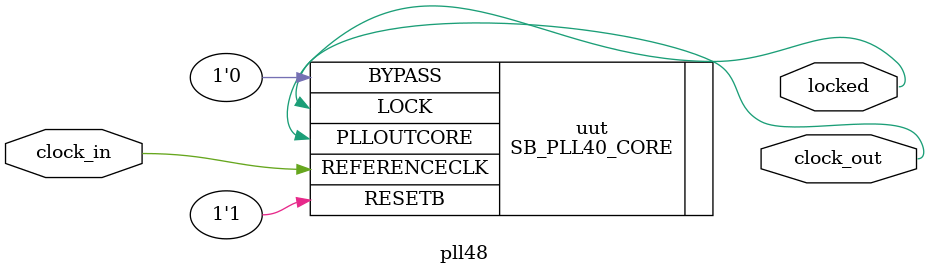
<source format=v>
/**
 * PLL configuration
 *
 * This Verilog module was generated automatically
 * using the icepll tool from the IceStorm project.
 * Use at your own risk.
 *
 * Given input frequency:        12.000 MHz
 * Requested output frequency:   48.000 MHz
 * Achieved output frequency:    48.000 MHz
 */

module pll48(
	input  clock_in,
	output clock_out,
	output locked
	);

SB_PLL40_CORE #(
		.FEEDBACK_PATH("SIMPLE"),
		.DIVR(4'b0000),		// DIVR =  0
		.DIVF(7'b0111111),	// DIVF = 63
		.DIVQ(3'b100),		// DIVQ =  4
		.FILTER_RANGE(3'b001)	// FILTER_RANGE = 1
	) uut (
		.LOCK(locked),
		.RESETB(1'b1),
		.BYPASS(1'b0),
		.REFERENCECLK(clock_in),
		.PLLOUTCORE(clock_out)
		);

endmodule

</source>
